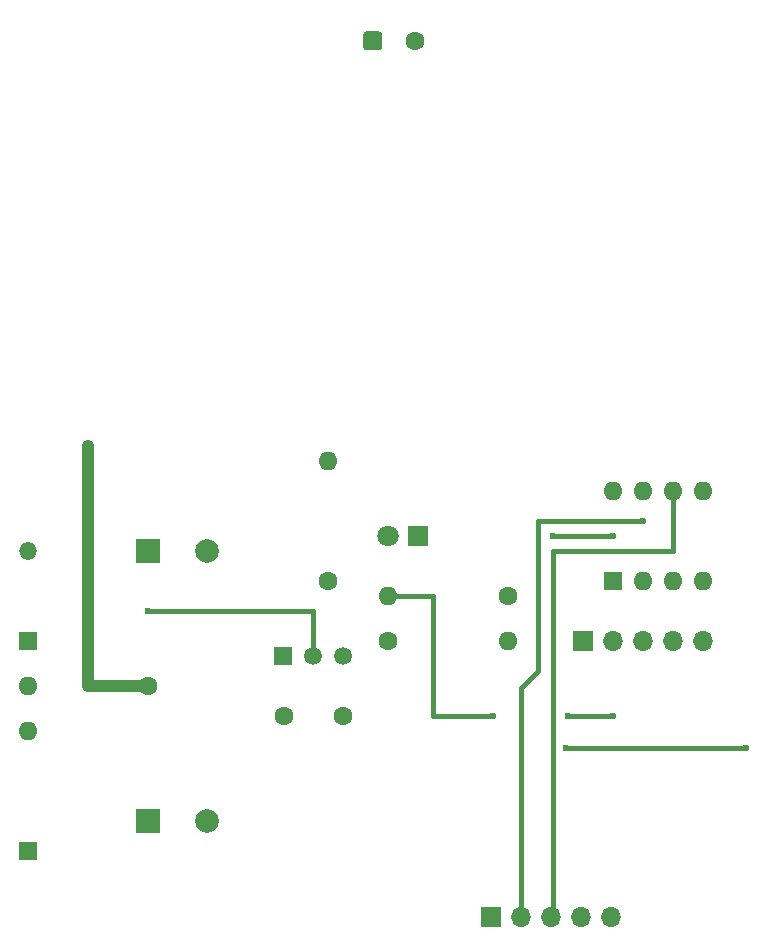
<source format=gbr>
G04 #@! TF.GenerationSoftware,KiCad,Pcbnew,(5.1.9-0-10_14)*
G04 #@! TF.CreationDate,2022-07-17T19:47:57+02:00*
G04 #@! TF.ProjectId,klara-circuitry,6b6c6172-612d-4636-9972-637569747279,rev?*
G04 #@! TF.SameCoordinates,Original*
G04 #@! TF.FileFunction,Copper,L1,Top*
G04 #@! TF.FilePolarity,Positive*
%FSLAX46Y46*%
G04 Gerber Fmt 4.6, Leading zero omitted, Abs format (unit mm)*
G04 Created by KiCad (PCBNEW (5.1.9-0-10_14)) date 2022-07-17 19:47:57*
%MOMM*%
%LPD*%
G01*
G04 APERTURE LIST*
G04 #@! TA.AperFunction,ComponentPad*
%ADD10O,1.700000X1.700000*%
G04 #@! TD*
G04 #@! TA.AperFunction,ComponentPad*
%ADD11R,1.700000X1.700000*%
G04 #@! TD*
G04 #@! TA.AperFunction,ComponentPad*
%ADD12C,1.600000*%
G04 #@! TD*
G04 #@! TA.AperFunction,ComponentPad*
%ADD13R,1.500000X1.500000*%
G04 #@! TD*
G04 #@! TA.AperFunction,ComponentPad*
%ADD14C,1.500000*%
G04 #@! TD*
G04 #@! TA.AperFunction,ComponentPad*
%ADD15O,1.600000X1.600000*%
G04 #@! TD*
G04 #@! TA.AperFunction,ComponentPad*
%ADD16R,1.600000X1.600000*%
G04 #@! TD*
G04 #@! TA.AperFunction,ComponentPad*
%ADD17C,1.800000*%
G04 #@! TD*
G04 #@! TA.AperFunction,ComponentPad*
%ADD18R,1.800000X1.800000*%
G04 #@! TD*
G04 #@! TA.AperFunction,ComponentPad*
%ADD19C,2.000000*%
G04 #@! TD*
G04 #@! TA.AperFunction,ComponentPad*
%ADD20R,2.000000X2.000000*%
G04 #@! TD*
G04 #@! TA.AperFunction,ComponentPad*
%ADD21O,1.500000X1.500000*%
G04 #@! TD*
G04 #@! TA.AperFunction,ViaPad*
%ADD22C,0.600000*%
G04 #@! TD*
G04 #@! TA.AperFunction,Conductor*
%ADD23C,0.400000*%
G04 #@! TD*
G04 #@! TA.AperFunction,Conductor*
%ADD24C,1.000000*%
G04 #@! TD*
G04 APERTURE END LIST*
D10*
G04 #@! TO.P,LCD1,5*
G04 #@! TO.N,Net-(C2-Pad2)*
X120490000Y-108490000D03*
G04 #@! TO.P,LCD1,4*
G04 #@! TO.N,Net-(C2-Pad1)*
X117950000Y-108490000D03*
G04 #@! TO.P,LCD1,3*
G04 #@! TO.N,Net-(LCD1-Pad3)*
X115410000Y-108490000D03*
G04 #@! TO.P,LCD1,2*
G04 #@! TO.N,Net-(LCD1-Pad2)*
X112870000Y-108490000D03*
D11*
G04 #@! TO.P,LCD1,1*
G04 #@! TO.N,Net-(LCD1-Pad1)*
X110330000Y-108490000D03*
G04 #@! TD*
D12*
G04 #@! TO.P,C2,2*
G04 #@! TO.N,Net-(C2-Pad2)*
X92790000Y-91440000D03*
G04 #@! TO.P,C2,1*
G04 #@! TO.N,Net-(C2-Pad1)*
X97790000Y-91440000D03*
G04 #@! TD*
D13*
G04 #@! TO.P,U1,1*
G04 #@! TO.N,Net-(C2-Pad2)*
X92710000Y-86360000D03*
D14*
G04 #@! TO.P,U1,3*
G04 #@! TO.N,Net-(C2-Pad1)*
X97790000Y-86360000D03*
G04 #@! TO.P,U1,2*
G04 #@! TO.N,Net-(CS1-Pad1)*
X95250000Y-86360000D03*
G04 #@! TD*
D10*
G04 #@! TO.P,J1,5*
G04 #@! TO.N,Net-(C2-Pad2)*
X128270000Y-85090000D03*
G04 #@! TO.P,J1,4*
G04 #@! TO.N,Net-(J1-Pad4)*
X125730000Y-85090000D03*
G04 #@! TO.P,J1,3*
G04 #@! TO.N,Net-(J1-Pad3)*
X123190000Y-85090000D03*
G04 #@! TO.P,J1,2*
G04 #@! TO.N,Net-(J1-Pad2)*
X120650000Y-85090000D03*
D11*
G04 #@! TO.P,J1,1*
G04 #@! TO.N,Net-(C2-Pad1)*
X118110000Y-85090000D03*
G04 #@! TD*
D15*
G04 #@! TO.P,U3,8*
G04 #@! TO.N,Net-(C2-Pad1)*
X120650000Y-72390000D03*
G04 #@! TO.P,U3,4*
G04 #@! TO.N,Net-(C2-Pad2)*
X128270000Y-80010000D03*
G04 #@! TO.P,U3,7*
G04 #@! TO.N,Net-(LCD1-Pad2)*
X123190000Y-72390000D03*
G04 #@! TO.P,U3,3*
G04 #@! TO.N,Net-(LCD1-Pad1)*
X125730000Y-80010000D03*
G04 #@! TO.P,U3,6*
G04 #@! TO.N,Net-(LCD1-Pad3)*
X125730000Y-72390000D03*
G04 #@! TO.P,U3,2*
G04 #@! TO.N,Net-(R2-Pad2)*
X123190000Y-80010000D03*
G04 #@! TO.P,U3,5*
G04 #@! TO.N,Net-(D3-Pad1)*
X128270000Y-72390000D03*
D16*
G04 #@! TO.P,U3,1*
G04 #@! TO.N,Net-(J1-Pad3)*
X120650000Y-80010000D03*
G04 #@! TD*
D15*
G04 #@! TO.P,R2,2*
G04 #@! TO.N,Net-(R2-Pad2)*
X111760000Y-85090000D03*
D12*
G04 #@! TO.P,R2,1*
G04 #@! TO.N,Net-(C2-Pad1)*
X101600000Y-85090000D03*
G04 #@! TD*
D15*
G04 #@! TO.P,R3,2*
G04 #@! TO.N,Net-(C2-Pad2)*
X101600000Y-81280000D03*
D12*
G04 #@! TO.P,R3,1*
G04 #@! TO.N,Net-(R2-Pad2)*
X111760000Y-81280000D03*
G04 #@! TD*
D17*
G04 #@! TO.P,D3,2*
G04 #@! TO.N,Net-(D3-Pad2)*
X101600000Y-76200000D03*
D18*
G04 #@! TO.P,D3,1*
G04 #@! TO.N,Net-(D3-Pad1)*
X104140000Y-76200000D03*
G04 #@! TD*
D19*
G04 #@! TO.P,CS1,2*
G04 #@! TO.N,Net-(C2-Pad2)*
X86280000Y-100330000D03*
D20*
G04 #@! TO.P,CS1,1*
G04 #@! TO.N,Net-(CS1-Pad1)*
X81280000Y-100330000D03*
G04 #@! TD*
D19*
G04 #@! TO.P,CS2,2*
G04 #@! TO.N,Net-(C2-Pad2)*
X86280000Y-77470000D03*
D20*
G04 #@! TO.P,CS2,1*
G04 #@! TO.N,Net-(CS1-Pad1)*
X81280000Y-77470000D03*
G04 #@! TD*
D15*
G04 #@! TO.P,R4,2*
G04 #@! TO.N,Net-(D3-Pad2)*
X96520000Y-69850000D03*
D12*
G04 #@! TO.P,R4,1*
G04 #@! TO.N,Net-(C2-Pad1)*
X96520000Y-80010000D03*
G04 #@! TD*
D15*
G04 #@! TO.P,D1,2*
G04 #@! TO.N,Net-(D1-Pad2)*
X71120000Y-92710000D03*
D16*
G04 #@! TO.P,D1,1*
G04 #@! TO.N,Net-(CS1-Pad1)*
X71120000Y-102870000D03*
G04 #@! TD*
D15*
G04 #@! TO.P,R1,2*
G04 #@! TO.N,Net-(D1-Pad2)*
X71120000Y-88900000D03*
D12*
G04 #@! TO.P,R1,1*
G04 #@! TO.N,Net-(R1-Pad1)*
X81280000Y-88900000D03*
G04 #@! TD*
D21*
G04 #@! TO.P,D2,2*
G04 #@! TO.N,Net-(C2-Pad2)*
X71120000Y-77470000D03*
D13*
G04 #@! TO.P,D2,1*
G04 #@! TO.N,Net-(CS1-Pad1)*
X71120000Y-85090000D03*
G04 #@! TD*
D12*
G04 #@! TO.P,SC1,2*
G04 #@! TO.N,Net-(C2-Pad2)*
X103930000Y-34290000D03*
G04 #@! TO.P,SC1,1*
G04 #@! TO.N,Net-(R1-Pad1)*
G04 #@! TA.AperFunction,ComponentPad*
G36*
G01*
X99530000Y-34840000D02*
X99530000Y-33740000D01*
G75*
G02*
X99780000Y-33490000I250000J0D01*
G01*
X100880000Y-33490000D01*
G75*
G02*
X101130000Y-33740000I0J-250000D01*
G01*
X101130000Y-34840000D01*
G75*
G02*
X100880000Y-35090000I-250000J0D01*
G01*
X99780000Y-35090000D01*
G75*
G02*
X99530000Y-34840000I0J250000D01*
G01*
G37*
G04 #@! TD.AperFunction*
G04 #@! TD*
D22*
G04 #@! TO.N,Net-(C2-Pad2)*
X110490000Y-91440000D03*
X110490000Y-91440000D03*
X110490000Y-91440000D03*
X116840000Y-91440000D03*
X120650000Y-91440000D03*
G04 #@! TO.N,Net-(CS1-Pad1)*
X81280000Y-82550000D03*
G04 #@! TO.N,Net-(LCD1-Pad2)*
X123190000Y-74930000D03*
X123190000Y-74930000D03*
G04 #@! TO.N,Net-(LCD1-Pad1)*
X116680000Y-94140000D03*
X131920000Y-94140000D03*
G04 #@! TO.N,Net-(R1-Pad1)*
X76200000Y-68580000D03*
G04 #@! TO.N,Net-(R2-Pad2)*
X120650000Y-76200000D03*
X120650000Y-76200000D03*
X115570000Y-76200000D03*
G04 #@! TD*
D23*
G04 #@! TO.N,Net-(C2-Pad2)*
X101600000Y-81280000D02*
X105410000Y-81280000D01*
X105410000Y-81280000D02*
X105410000Y-91440000D01*
X105410000Y-91440000D02*
X110490000Y-91440000D01*
X110490000Y-91440000D02*
X110490000Y-91440000D01*
X110490000Y-91440000D02*
X110490000Y-91440000D01*
X110490000Y-91440000D02*
X110490000Y-91440000D01*
X116840000Y-91440000D02*
X120650000Y-91440000D01*
G04 #@! TO.N,Net-(CS1-Pad1)*
X95250000Y-86360000D02*
X95250000Y-82550000D01*
X95250000Y-82550000D02*
X81280000Y-82550000D01*
X81280000Y-82550000D02*
X81280000Y-82550000D01*
G04 #@! TO.N,Net-(LCD1-Pad3)*
X125730000Y-72390000D02*
X125730000Y-77470000D01*
X125730000Y-77470000D02*
X115570000Y-77470000D01*
X115570000Y-108330000D02*
X115410000Y-108490000D01*
X115570000Y-77470000D02*
X115570000Y-108330000D01*
G04 #@! TO.N,Net-(LCD1-Pad2)*
X123190000Y-74930000D02*
X114300000Y-74930000D01*
X114300000Y-74930000D02*
X114300000Y-87630000D01*
X112870000Y-89060000D02*
X112870000Y-108490000D01*
X114300000Y-87630000D02*
X112870000Y-89060000D01*
G04 #@! TO.N,Net-(LCD1-Pad1)*
X116680000Y-94140000D02*
X131920000Y-94140000D01*
X131920000Y-94140000D02*
X131920000Y-94140000D01*
D24*
G04 #@! TO.N,Net-(R1-Pad1)*
X81280000Y-88900000D02*
X76200000Y-88900000D01*
X76200000Y-88900000D02*
X76200000Y-68580000D01*
X76200000Y-68580000D02*
X76200000Y-68580000D01*
D23*
G04 #@! TO.N,Net-(R2-Pad2)*
X120650000Y-76200000D02*
X115570000Y-76200000D01*
X115570000Y-76200000D02*
X115570000Y-76200000D01*
G04 #@! TD*
M02*

</source>
